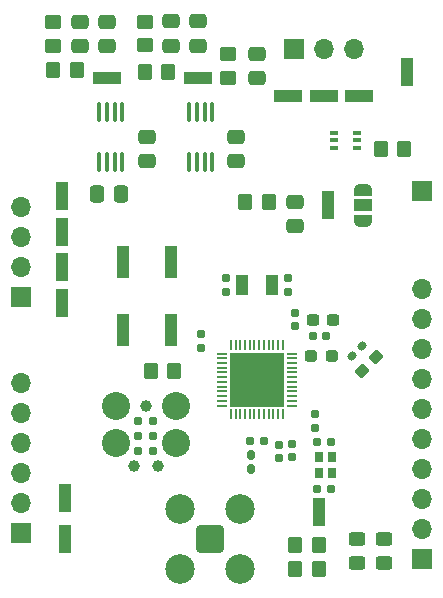
<source format=gbr>
%TF.GenerationSoftware,KiCad,Pcbnew,7.0.9+1*%
%TF.CreationDate,2024-01-05T17:55:25+01:00*%
%TF.ProjectId,sensor,73656e73-6f72-42e6-9b69-6361645f7063,rev?*%
%TF.SameCoordinates,Original*%
%TF.FileFunction,Soldermask,Top*%
%TF.FilePolarity,Negative*%
%FSLAX46Y46*%
G04 Gerber Fmt 4.6, Leading zero omitted, Abs format (unit mm)*
G04 Created by KiCad (PCBNEW 7.0.9+1) date 2024-01-05 17:55:25*
%MOMM*%
%LPD*%
G01*
G04 APERTURE LIST*
G04 Aperture macros list*
%AMRoundRect*
0 Rectangle with rounded corners*
0 $1 Rounding radius*
0 $2 $3 $4 $5 $6 $7 $8 $9 X,Y pos of 4 corners*
0 Add a 4 corners polygon primitive as box body*
4,1,4,$2,$3,$4,$5,$6,$7,$8,$9,$2,$3,0*
0 Add four circle primitives for the rounded corners*
1,1,$1+$1,$2,$3*
1,1,$1+$1,$4,$5*
1,1,$1+$1,$6,$7*
1,1,$1+$1,$8,$9*
0 Add four rect primitives between the rounded corners*
20,1,$1+$1,$2,$3,$4,$5,0*
20,1,$1+$1,$4,$5,$6,$7,0*
20,1,$1+$1,$6,$7,$8,$9,0*
20,1,$1+$1,$8,$9,$2,$3,0*%
%AMFreePoly0*
4,1,19,0.550000,-0.750000,0.000000,-0.750000,0.000000,-0.744911,-0.071157,-0.744911,-0.207708,-0.704816,-0.327430,-0.627875,-0.420627,-0.520320,-0.479746,-0.390866,-0.500000,-0.250000,-0.500000,0.250000,-0.479746,0.390866,-0.420627,0.520320,-0.327430,0.627875,-0.207708,0.704816,-0.071157,0.744911,0.000000,0.744911,0.000000,0.750000,0.550000,0.750000,0.550000,-0.750000,0.550000,-0.750000,
$1*%
%AMFreePoly1*
4,1,19,0.000000,0.744911,0.071157,0.744911,0.207708,0.704816,0.327430,0.627875,0.420627,0.520320,0.479746,0.390866,0.500000,0.250000,0.500000,-0.250000,0.479746,-0.390866,0.420627,-0.520320,0.327430,-0.627875,0.207708,-0.704816,0.071157,-0.744911,0.000000,-0.744911,0.000000,-0.750000,-0.550000,-0.750000,-0.550000,0.750000,0.000000,0.750000,0.000000,0.744911,0.000000,0.744911,
$1*%
G04 Aperture macros list end*
%ADD10RoundRect,0.250000X0.350000X0.450000X-0.350000X0.450000X-0.350000X-0.450000X0.350000X-0.450000X0*%
%ADD11RoundRect,0.250000X0.450000X-0.325000X0.450000X0.325000X-0.450000X0.325000X-0.450000X-0.325000X0*%
%ADD12C,0.990600*%
%ADD13C,2.374900*%
%ADD14C,0.787400*%
%ADD15RoundRect,0.100000X-0.100000X0.712500X-0.100000X-0.712500X0.100000X-0.712500X0.100000X0.712500X0*%
%ADD16RoundRect,0.160000X0.044194X0.270468X-0.270468X-0.044194X-0.044194X-0.270468X0.270468X0.044194X0*%
%ADD17RoundRect,0.155000X0.212500X0.155000X-0.212500X0.155000X-0.212500X-0.155000X0.212500X-0.155000X0*%
%ADD18RoundRect,0.020000X0.480000X-1.180000X0.480000X1.180000X-0.480000X1.180000X-0.480000X-1.180000X0*%
%ADD19RoundRect,0.050000X-0.050000X0.350000X-0.050000X-0.350000X0.050000X-0.350000X0.050000X0.350000X0*%
%ADD20RoundRect,0.050000X-0.350000X0.050000X-0.350000X-0.050000X0.350000X-0.050000X0.350000X0.050000X0*%
%ADD21R,4.600000X4.600000*%
%ADD22RoundRect,0.155000X-0.212500X-0.155000X0.212500X-0.155000X0.212500X0.155000X-0.212500X0.155000X0*%
%ADD23RoundRect,0.200100X0.949900X0.949900X-0.949900X0.949900X-0.949900X-0.949900X0.949900X-0.949900X0*%
%ADD24C,2.500000*%
%ADD25RoundRect,0.155000X-0.155000X0.212500X-0.155000X-0.212500X0.155000X-0.212500X0.155000X0.212500X0*%
%ADD26RoundRect,0.250000X0.475000X-0.337500X0.475000X0.337500X-0.475000X0.337500X-0.475000X-0.337500X0*%
%ADD27RoundRect,0.250000X-0.350000X-0.450000X0.350000X-0.450000X0.350000X0.450000X-0.350000X0.450000X0*%
%ADD28FreePoly0,90.000000*%
%ADD29R,1.500000X1.000000*%
%ADD30FreePoly1,90.000000*%
%ADD31R,1.700000X1.700000*%
%ADD32O,1.700000X1.700000*%
%ADD33RoundRect,0.250000X-0.450000X0.350000X-0.450000X-0.350000X0.450000X-0.350000X0.450000X0.350000X0*%
%ADD34RoundRect,0.250000X-0.475000X0.337500X-0.475000X-0.337500X0.475000X-0.337500X0.475000X0.337500X0*%
%ADD35RoundRect,0.155000X0.155000X-0.212500X0.155000X0.212500X-0.155000X0.212500X-0.155000X-0.212500X0*%
%ADD36RoundRect,0.020000X1.180000X0.480000X-1.180000X0.480000X-1.180000X-0.480000X1.180000X-0.480000X0*%
%ADD37RoundRect,0.237500X0.287500X0.237500X-0.287500X0.237500X-0.287500X-0.237500X0.287500X-0.237500X0*%
%ADD38RoundRect,0.237500X-0.300000X-0.237500X0.300000X-0.237500X0.300000X0.237500X-0.300000X0.237500X0*%
%ADD39RoundRect,0.160000X0.160000X-0.222500X0.160000X0.222500X-0.160000X0.222500X-0.160000X-0.222500X0*%
%ADD40R,1.000000X2.750000*%
%ADD41RoundRect,0.250000X0.337500X0.475000X-0.337500X0.475000X-0.337500X-0.475000X0.337500X-0.475000X0*%
%ADD42RoundRect,0.020000X-1.180000X-0.480000X1.180000X-0.480000X1.180000X0.480000X-1.180000X0.480000X0*%
%ADD43RoundRect,0.237500X-0.044194X-0.380070X0.380070X0.044194X0.044194X0.380070X-0.380070X-0.044194X0*%
%ADD44RoundRect,0.250000X0.450000X-0.350000X0.450000X0.350000X-0.450000X0.350000X-0.450000X-0.350000X0*%
%ADD45R,0.650000X0.400000*%
%ADD46R,0.800000X0.900000*%
%ADD47R,1.000000X1.800000*%
G04 APERTURE END LIST*
D10*
%TO.C,R603*%
X141250000Y-108000000D03*
X139250000Y-108000000D03*
%TD*%
%TO.C,R602*%
X141250000Y-106000000D03*
X139250000Y-106000000D03*
%TD*%
D11*
%TO.C,D602*%
X144500000Y-107525000D03*
X144500000Y-105475000D03*
%TD*%
%TO.C,D601*%
X146750000Y-107525000D03*
X146750000Y-105475000D03*
%TD*%
D12*
%TO.C,J601*%
X125599000Y-99310000D03*
D13*
X129155000Y-97405000D03*
X124075000Y-97405000D03*
D12*
X127631000Y-99310000D03*
X126615000Y-94230000D03*
D13*
X129155000Y-94230000D03*
X124075000Y-94230000D03*
D14*
X125980000Y-95500000D03*
X127250000Y-95500000D03*
X125980000Y-96770000D03*
X127250000Y-96770000D03*
X125980000Y-98040000D03*
X127250000Y-98040000D03*
%TD*%
D15*
%TO.C,U301*%
X124625000Y-69387500D03*
X123975000Y-69387500D03*
X123325000Y-69387500D03*
X122675000Y-69387500D03*
X122675000Y-73612500D03*
X123325000Y-73612500D03*
X123975000Y-73612500D03*
X124625000Y-73612500D03*
%TD*%
D16*
%TO.C,L602*%
X144904819Y-89190362D03*
X144095181Y-90000000D03*
%TD*%
D17*
%TO.C,C606*%
X142250000Y-101250000D03*
X141115000Y-101250000D03*
%TD*%
D18*
%TO.C,J403*%
X148750000Y-66000000D03*
%TD*%
D19*
%TO.C,U601*%
X138200000Y-89050000D03*
X137800000Y-89050000D03*
X137400000Y-89050000D03*
X137000000Y-89050000D03*
X136600000Y-89050000D03*
X136200000Y-89050000D03*
X135800000Y-89050000D03*
X135400000Y-89050000D03*
X135000000Y-89050000D03*
X134600000Y-89050000D03*
X134200000Y-89050000D03*
X133800000Y-89050000D03*
D20*
X133050000Y-89800000D03*
X133050000Y-90200000D03*
X133050000Y-90600000D03*
X133050000Y-91000000D03*
X133050000Y-91400000D03*
X133050000Y-91800000D03*
X133050000Y-92200000D03*
X133050000Y-92600000D03*
X133050000Y-93000000D03*
X133050000Y-93400000D03*
X133050000Y-93800000D03*
X133050000Y-94200000D03*
D19*
X133800000Y-94950000D03*
X134200000Y-94950000D03*
X134600000Y-94950000D03*
X135000000Y-94950000D03*
X135400000Y-94950000D03*
X135800000Y-94950000D03*
X136200000Y-94950000D03*
X136600000Y-94950000D03*
X137000000Y-94950000D03*
X137400000Y-94950000D03*
X137800000Y-94950000D03*
X138200000Y-94950000D03*
D20*
X138950000Y-94200000D03*
X138950000Y-93800000D03*
X138950000Y-93400000D03*
X138950000Y-93000000D03*
X138950000Y-92600000D03*
X138950000Y-92200000D03*
X138950000Y-91800000D03*
X138950000Y-91400000D03*
X138950000Y-91000000D03*
X138950000Y-90600000D03*
X138950000Y-90200000D03*
X138950000Y-89800000D03*
D21*
X136000000Y-92000000D03*
%TD*%
D18*
%TO.C,J203*%
X141250000Y-103250000D03*
%TD*%
D22*
%TO.C,C602*%
X140732500Y-88300000D03*
X141867500Y-88300000D03*
%TD*%
D23*
%TO.C,J101*%
X132000000Y-105500000D03*
D24*
X134540000Y-108040000D03*
X134540000Y-102960000D03*
X129460000Y-108040000D03*
X129460000Y-102960000D03*
%TD*%
D25*
%TO.C,C608*%
X137900000Y-97532500D03*
X137900000Y-98667500D03*
%TD*%
D26*
%TO.C,C301*%
X121000000Y-63787500D03*
X121000000Y-61712500D03*
%TD*%
%TO.C,C304*%
X131000000Y-63750000D03*
X131000000Y-61675000D03*
%TD*%
D27*
%TO.C,R601*%
X127000000Y-91300000D03*
X129000000Y-91300000D03*
%TD*%
D28*
%TO.C,JP501*%
X145000000Y-78550000D03*
D29*
X145000000Y-77250000D03*
D30*
X145000000Y-75950000D03*
%TD*%
D18*
%TO.C,J207*%
X119500000Y-82500000D03*
%TD*%
D25*
%TO.C,C605*%
X139000000Y-97465000D03*
X139000000Y-98600000D03*
%TD*%
D31*
%TO.C,J202*%
X116000000Y-105000000D03*
D32*
X116000000Y-102460000D03*
X116000000Y-99920000D03*
X116000000Y-97380000D03*
X116000000Y-94840000D03*
X116000000Y-92300000D03*
%TD*%
D31*
%TO.C,J201*%
X116000000Y-85000000D03*
D32*
X116000000Y-82460000D03*
X116000000Y-79920000D03*
X116000000Y-77380000D03*
%TD*%
D33*
%TO.C,R303*%
X126500000Y-61712500D03*
X126500000Y-63712500D03*
%TD*%
D34*
%TO.C,C403*%
X136000000Y-64425000D03*
X136000000Y-66500000D03*
%TD*%
D35*
%TO.C,C611*%
X138600000Y-84567500D03*
X138600000Y-83432500D03*
%TD*%
D27*
%TO.C,R501*%
X135000000Y-77000000D03*
X137000000Y-77000000D03*
%TD*%
D36*
%TO.C,J402*%
X138670000Y-68000000D03*
%TD*%
D27*
%TO.C,R304*%
X126500000Y-65962500D03*
X128500000Y-65962500D03*
%TD*%
D18*
%TO.C,J501*%
X142000000Y-77250000D03*
%TD*%
D25*
%TO.C,C613*%
X140900000Y-94932500D03*
X140900000Y-96067500D03*
%TD*%
D27*
%TO.C,R401*%
X146500000Y-72500000D03*
X148500000Y-72500000D03*
%TD*%
D36*
%TO.C,J405*%
X144670000Y-68000000D03*
%TD*%
D15*
%TO.C,U302*%
X132225000Y-69350000D03*
X131575000Y-69350000D03*
X130925000Y-69350000D03*
X130275000Y-69350000D03*
X130275000Y-73575000D03*
X130925000Y-73575000D03*
X131575000Y-73575000D03*
X132225000Y-73575000D03*
%TD*%
D37*
%TO.C,L603*%
X142375000Y-90000000D03*
X140625000Y-90000000D03*
%TD*%
D18*
%TO.C,J208*%
X119500000Y-79500000D03*
%TD*%
D38*
%TO.C,C601*%
X140737500Y-87000000D03*
X142462500Y-87000000D03*
%TD*%
D39*
%TO.C,L601*%
X135500000Y-99572500D03*
X135500000Y-98427500D03*
%TD*%
D40*
%TO.C,SW601*%
X124700000Y-87775000D03*
X124700000Y-82025000D03*
X128700000Y-87775000D03*
X128700000Y-82025000D03*
%TD*%
D36*
%TO.C,J401*%
X141670000Y-68000000D03*
%TD*%
D41*
%TO.C,C401*%
X124537500Y-76250000D03*
X122462500Y-76250000D03*
%TD*%
D31*
%TO.C,J503*%
X150000000Y-76000000D03*
%TD*%
D18*
%TO.C,J502*%
X119750000Y-102000000D03*
%TD*%
D35*
%TO.C,C604*%
X131250000Y-89317500D03*
X131250000Y-88182500D03*
%TD*%
%TO.C,C612*%
X133400000Y-84567500D03*
X133400000Y-83432500D03*
%TD*%
D42*
%TO.C,J302*%
X123300000Y-66500000D03*
%TD*%
D43*
%TO.C,C610*%
X144890120Y-91309880D03*
X146109880Y-90090120D03*
%TD*%
D44*
%TO.C,R302*%
X118750000Y-63750000D03*
X118750000Y-61750000D03*
%TD*%
D22*
%TO.C,C607*%
X141115000Y-97250000D03*
X142250000Y-97250000D03*
%TD*%
%TO.C,C603*%
X135432500Y-97200000D03*
X136567500Y-97200000D03*
%TD*%
D26*
%TO.C,C302*%
X123300000Y-63787500D03*
X123300000Y-61712500D03*
%TD*%
D34*
%TO.C,C501*%
X139250000Y-76962500D03*
X139250000Y-79037500D03*
%TD*%
D18*
%TO.C,J205*%
X119500000Y-76500000D03*
%TD*%
D45*
%TO.C,Q401*%
X144450000Y-72400000D03*
X144450000Y-71750000D03*
X144450000Y-71100000D03*
X142550000Y-71100000D03*
X142550000Y-71750000D03*
X142550000Y-72400000D03*
%TD*%
D26*
%TO.C,C303*%
X128750000Y-63750000D03*
X128750000Y-61675000D03*
%TD*%
D33*
%TO.C,R402*%
X133520000Y-64432500D03*
X133520000Y-66432500D03*
%TD*%
D42*
%TO.C,J301*%
X131000000Y-66462500D03*
%TD*%
D18*
%TO.C,J206*%
X119500000Y-85500000D03*
%TD*%
D31*
%TO.C,Q402*%
X139170000Y-64000000D03*
D32*
X141710000Y-64000000D03*
X144250000Y-64000000D03*
%TD*%
D46*
%TO.C,Y601*%
X141232500Y-98550000D03*
X141232500Y-99950000D03*
X142332500Y-99950000D03*
X142332500Y-98550000D03*
%TD*%
D35*
%TO.C,C609*%
X139200000Y-87467500D03*
X139200000Y-86332500D03*
%TD*%
D10*
%TO.C,R301*%
X120750000Y-65750000D03*
X118750000Y-65750000D03*
%TD*%
D18*
%TO.C,J204*%
X119750000Y-105500000D03*
%TD*%
D26*
%TO.C,C404*%
X134250000Y-73500000D03*
X134250000Y-71425000D03*
%TD*%
D47*
%TO.C,Y602*%
X134750000Y-84000000D03*
X137250000Y-84000000D03*
%TD*%
D31*
%TO.C,J602*%
X150000000Y-107160000D03*
D32*
X150000000Y-104620000D03*
X150000000Y-102080000D03*
X150000000Y-99540000D03*
X150000000Y-97000000D03*
X150000000Y-94460000D03*
X150000000Y-91920000D03*
X150000000Y-89380000D03*
X150000000Y-86840000D03*
X150000000Y-84300000D03*
%TD*%
D26*
%TO.C,C402*%
X126675000Y-73537500D03*
X126675000Y-71462500D03*
%TD*%
M02*

</source>
